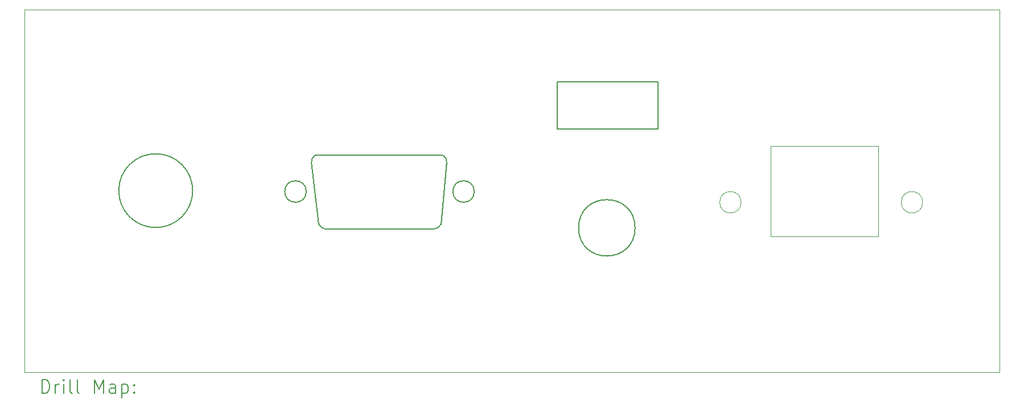
<source format=gbr>
%TF.GenerationSoftware,KiCad,Pcbnew,8.0.1*%
%TF.CreationDate,2025-07-27T10:51:25+02:00*%
%TF.ProjectId,SVX_Node_Case_back.kicad_pcb_usb,5356585f-4e6f-4646-955f-436173655f62,rev?*%
%TF.SameCoordinates,Original*%
%TF.FileFunction,Drillmap*%
%TF.FilePolarity,Positive*%
%FSLAX45Y45*%
G04 Gerber Fmt 4.5, Leading zero omitted, Abs format (unit mm)*
G04 Created by KiCad (PCBNEW 8.0.1) date 2025-07-27 10:51:25*
%MOMM*%
%LPD*%
G01*
G04 APERTURE LIST*
%ADD10C,0.200000*%
%ADD11C,0.050000*%
G04 APERTURE END LIST*
D10*
X10551000Y-9697000D02*
G75*
G02*
X9451000Y-9697000I-550000J0D01*
G01*
X9451000Y-9697000D02*
G75*
G02*
X10551000Y-9697000I550000J0D01*
G01*
X14243974Y-10196681D02*
G75*
G02*
X14130000Y-10270002I-109984J45721D01*
G01*
D11*
X19150000Y-9030000D02*
X20750000Y-9030000D01*
X20750000Y-10380000D01*
X19150000Y-10380000D01*
X19150000Y-9030000D01*
D10*
X12319334Y-9270264D02*
G75*
G02*
X12376061Y-9169702I90936J14984D01*
G01*
X17131000Y-10251000D02*
G75*
G02*
X16291000Y-10251000I-420000J0D01*
G01*
X16291000Y-10251000D02*
G75*
G02*
X17131000Y-10251000I420000J0D01*
G01*
X12530000Y-10270000D02*
X14130000Y-10270000D01*
X14243974Y-10196681D02*
X14328000Y-9271000D01*
X15975000Y-8075000D02*
X17475000Y-8075000D01*
X17475000Y-8775000D01*
X15975000Y-8775000D01*
X15975000Y-8075000D01*
X14740000Y-9710000D02*
G75*
G02*
X14420000Y-9710000I-160000J0D01*
G01*
X14420000Y-9710000D02*
G75*
G02*
X14740000Y-9710000I160000J0D01*
G01*
X12376061Y-9169703D02*
X14270673Y-9170000D01*
X12240000Y-9710000D02*
G75*
G02*
X11920000Y-9710000I-160000J0D01*
G01*
X11920000Y-9710000D02*
G75*
G02*
X12240000Y-9710000I160000J0D01*
G01*
X12530000Y-10270000D02*
G75*
G02*
X12427380Y-10196745I7520J119040D01*
G01*
X14271000Y-9170000D02*
G75*
G02*
X14327729Y-9270561I-34210J-85580D01*
G01*
X12427377Y-10196747D02*
X12319334Y-9270264D01*
D11*
X18710000Y-9870000D02*
G75*
G02*
X18390000Y-9870000I-160000J0D01*
G01*
X18390000Y-9870000D02*
G75*
G02*
X18710000Y-9870000I160000J0D01*
G01*
X21410000Y-9870000D02*
G75*
G02*
X21090000Y-9870000I-160000J0D01*
G01*
X21090000Y-9870000D02*
G75*
G02*
X21410000Y-9870000I160000J0D01*
G01*
X8050000Y-7000000D02*
X22550000Y-7000000D01*
X22550000Y-12400000D01*
X8050000Y-12400000D01*
X8050000Y-7000000D01*
D10*
X8308277Y-12713984D02*
X8308277Y-12513984D01*
X8308277Y-12513984D02*
X8355896Y-12513984D01*
X8355896Y-12513984D02*
X8384467Y-12523508D01*
X8384467Y-12523508D02*
X8403515Y-12542555D01*
X8403515Y-12542555D02*
X8413039Y-12561603D01*
X8413039Y-12561603D02*
X8422563Y-12599698D01*
X8422563Y-12599698D02*
X8422563Y-12628269D01*
X8422563Y-12628269D02*
X8413039Y-12666365D01*
X8413039Y-12666365D02*
X8403515Y-12685412D01*
X8403515Y-12685412D02*
X8384467Y-12704460D01*
X8384467Y-12704460D02*
X8355896Y-12713984D01*
X8355896Y-12713984D02*
X8308277Y-12713984D01*
X8508277Y-12713984D02*
X8508277Y-12580650D01*
X8508277Y-12618746D02*
X8517801Y-12599698D01*
X8517801Y-12599698D02*
X8527324Y-12590174D01*
X8527324Y-12590174D02*
X8546372Y-12580650D01*
X8546372Y-12580650D02*
X8565420Y-12580650D01*
X8632086Y-12713984D02*
X8632086Y-12580650D01*
X8632086Y-12513984D02*
X8622563Y-12523508D01*
X8622563Y-12523508D02*
X8632086Y-12533031D01*
X8632086Y-12533031D02*
X8641610Y-12523508D01*
X8641610Y-12523508D02*
X8632086Y-12513984D01*
X8632086Y-12513984D02*
X8632086Y-12533031D01*
X8755896Y-12713984D02*
X8736848Y-12704460D01*
X8736848Y-12704460D02*
X8727324Y-12685412D01*
X8727324Y-12685412D02*
X8727324Y-12513984D01*
X8860658Y-12713984D02*
X8841610Y-12704460D01*
X8841610Y-12704460D02*
X8832086Y-12685412D01*
X8832086Y-12685412D02*
X8832086Y-12513984D01*
X9089229Y-12713984D02*
X9089229Y-12513984D01*
X9089229Y-12513984D02*
X9155896Y-12656841D01*
X9155896Y-12656841D02*
X9222563Y-12513984D01*
X9222563Y-12513984D02*
X9222563Y-12713984D01*
X9403515Y-12713984D02*
X9403515Y-12609222D01*
X9403515Y-12609222D02*
X9393991Y-12590174D01*
X9393991Y-12590174D02*
X9374944Y-12580650D01*
X9374944Y-12580650D02*
X9336848Y-12580650D01*
X9336848Y-12580650D02*
X9317801Y-12590174D01*
X9403515Y-12704460D02*
X9384467Y-12713984D01*
X9384467Y-12713984D02*
X9336848Y-12713984D01*
X9336848Y-12713984D02*
X9317801Y-12704460D01*
X9317801Y-12704460D02*
X9308277Y-12685412D01*
X9308277Y-12685412D02*
X9308277Y-12666365D01*
X9308277Y-12666365D02*
X9317801Y-12647317D01*
X9317801Y-12647317D02*
X9336848Y-12637793D01*
X9336848Y-12637793D02*
X9384467Y-12637793D01*
X9384467Y-12637793D02*
X9403515Y-12628269D01*
X9498753Y-12580650D02*
X9498753Y-12780650D01*
X9498753Y-12590174D02*
X9517801Y-12580650D01*
X9517801Y-12580650D02*
X9555896Y-12580650D01*
X9555896Y-12580650D02*
X9574944Y-12590174D01*
X9574944Y-12590174D02*
X9584467Y-12599698D01*
X9584467Y-12599698D02*
X9593991Y-12618746D01*
X9593991Y-12618746D02*
X9593991Y-12675888D01*
X9593991Y-12675888D02*
X9584467Y-12694936D01*
X9584467Y-12694936D02*
X9574944Y-12704460D01*
X9574944Y-12704460D02*
X9555896Y-12713984D01*
X9555896Y-12713984D02*
X9517801Y-12713984D01*
X9517801Y-12713984D02*
X9498753Y-12704460D01*
X9679705Y-12694936D02*
X9689229Y-12704460D01*
X9689229Y-12704460D02*
X9679705Y-12713984D01*
X9679705Y-12713984D02*
X9670182Y-12704460D01*
X9670182Y-12704460D02*
X9679705Y-12694936D01*
X9679705Y-12694936D02*
X9679705Y-12713984D01*
X9679705Y-12590174D02*
X9689229Y-12599698D01*
X9689229Y-12599698D02*
X9679705Y-12609222D01*
X9679705Y-12609222D02*
X9670182Y-12599698D01*
X9670182Y-12599698D02*
X9679705Y-12590174D01*
X9679705Y-12590174D02*
X9679705Y-12609222D01*
M02*

</source>
